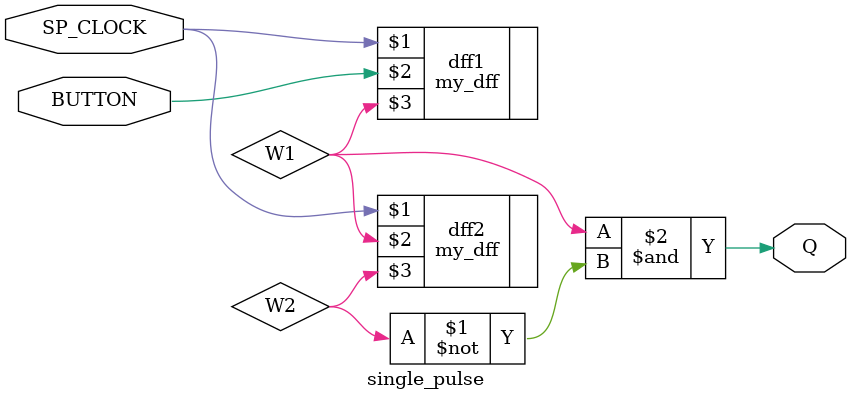
<source format=v>
`timescale 1ns / 1ps


module single_pulse(input SP_CLOCK,BUTTON,output Q);

wire W1,W2;

my_dff dff1 (SP_CLOCK,BUTTON,W1);
my_dff dff2 (SP_CLOCK,W1,W2);

assign Q = W1 & ~W2;

endmodule

</source>
